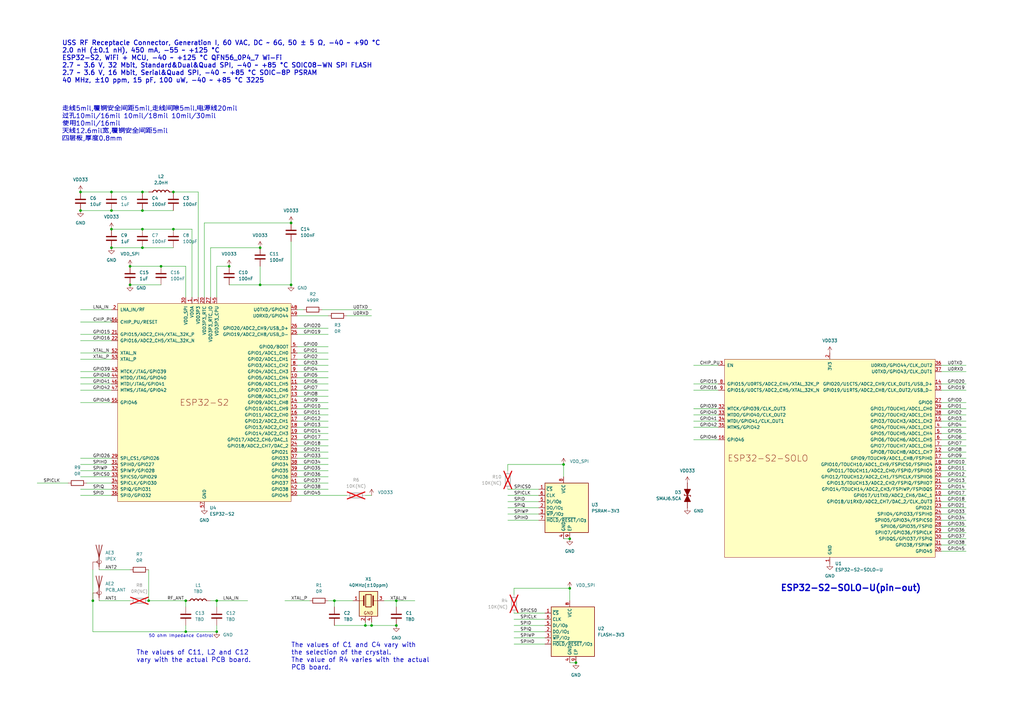
<source format=kicad_sch>
(kicad_sch (version 20250114) (generator "eeschema") (generator_version "9.0")
  (paper "A3")
  (lib_symbols
    (symbol "Device:Antenna_Shield" (pin_numbers (hide yes)) (pin_names (offset 1.016) (hide yes))
      (property "Reference" "AE" (at -1.905 4.445 0))
      (property "Value" "Antenna_Shield" (at -1.905 2.54 0))
      (symbol "Antenna_Shield_1_1"
        (pin input line (at 0 -5.08 90) (length 2.54) (name "A") (number "1"))
        (pin input line (at 2.54 -5.08 90) (length 2.54) (name "Shield") (number "2"))
      )
    )
    (symbol "Memory_Flash:W25Q128JVE"
      (property "Reference" "U" (at -6.35 11.43 0))
      (property "Value" "W25Q128JVE" (at 7.62 11.43 0))
      (symbol "W25Q128JVE_1_1"
        (pin input line (at -10.16 7.62 0) (length 2.54) (name "~{CS}") (number "1"))
        (pin input line (at -10.16 5.08 0) (length 2.54) (name "CLK") (number "6"))
        (pin bidirectional line (at -10.16 2.54 0) (length 2.54) (name "DI/IO_{0}") (number "5"))
        (pin bidirectional line (at -10.16 0 0) (length 2.54) (name "DO/IO_{1}") (number "2"))
        (pin bidirectional line (at -10.16 -2.54 0) (length 2.54) (name "~{WP}/IO_{2}") (number "3"))
        (pin bidirectional line (at -10.16 -5.08 0) (length 2.54) (name "~{HOLD}/~{RESET}/IO_{3}") (number "7"))
        (pin power_in line (at 0 12.7 270) (length 2.54) (name "VCC") (number "8"))
        (pin power_in line (at 0 -12.7 90) (length 2.54) (name "GND") (number "4"))
        (pin passive line (at 2.54 -12.7 90) (length 2.54) (name "EP") (number "9"))
      )
    )
    (symbol "PCM_Capacitor_AKL:C_1206" (pin_numbers (hide yes)) (pin_names (offset 0.254))
      (property "Reference" "C" (at 0.635 2.54 0))
      (property "Value" "C_1206" (at 0.635 -2.54 0))
      (symbol "C_1206_1_1"
        (pin passive line (at 0 3.81 270) (length 2.794) (name "~") (number "1"))
        (pin passive line (at 0 -3.81 90) (length 2.794) (name "~") (number "2"))
      )
      (symbol "C_1206_1_2"
        (pin passive line (at -2.54 -2.54 90) (length 0) (name "~") (number "2"))
        (pin passive line (at 2.54 2.54 270) (length 0) (name "~") (number "1"))
      )
    )
    (symbol "PCM_Crystal_AKL:SMD3225-4" (pin_names (offset 1.016) (hide yes))
      (property "Reference" "X" (at 0 8.89 0))
      (property "Value" "SMD3225-4" (at 0 6.35 0))
      (symbol "SMD3225-4_0_1"
        (text "GND" (at 0 -5.08 0) (effects (font (size 1.27 1.27))))
      )
      (symbol "SMD3225-4_1_1"
        (pin passive line (at -6.35 0 0) (length 2.54) (name "1") (number "1"))
        (pin passive line (at -1.27 -8.89 90) (length 2.54) (name "2") (number "2"))
        (pin passive line (at 1.27 -8.89 90) (length 2.54) (name "4") (number "4"))
        (pin passive line (at 6.35 0 180) (length 2.54) (name "3") (number "3"))
      )
    )
    (symbol "PCM_Diode_TVS_AKL:SMAJ6.5CA" (pin_numbers (hide yes)) (pin_names (offset 1.016) (hide yes))
      (property "Reference" "D" (at 0 5.08 0))
      (property "Value" "SMAJ6.5CA" (at 0 2.54 0))
      (symbol "SMAJ6.5CA_1_1"
        (pin passive line (at -5.08 0 0) (length 2.54) (name "K") (number "1"))
        (pin passive line (at 5.08 0 180) (length 2.54) (name "A") (number "2"))
      )
      (symbol "SMAJ6.5CA_1_2"
        (pin passive line (at -3.81 -3.81 0) (length 0) (name "A") (number "2"))
        (pin passive line (at 3.81 3.81 180) (length 0) (name "K") (number "1"))
      )
    )
    (symbol "PCM_Elektuur:L" (pin_numbers (hide yes)) (pin_names (offset 0) (hide yes))
      (property "Reference" "L" (at 2.54 3.175 0))
      (property "Value" "L" (at 2.54 -3.175 0))
      (symbol "L_1_0"
        (pin passive line (at 0 5.08 270) (length 1.5748) (name "+") (number "1"))
        (pin passive line (at 0 -5.08 90) (length 1.5748) (name "-") (number "2"))
      )
    )
    (symbol "PCM_Espressif:ESP32-S2" (pin_names (offset 1.016))
      (property "Reference" "U" (at -35.56 45.72 0))
      (property "Value" "ESP32-S2" (at -35.56 43.18 0))
      (symbol "ESP32-S2_0_0"
        (text "ESP32-S2" (at 0 0 0) (effects (font (size 2.54 2.54))))
      )
      (symbol "ESP32-S2_1_1"
        (pin bidirectional line (at -38.1 38.1 0) (length 2.54) (name "LNA_IN/RF") (number "2"))
        (pin bidirectional line (at -38.1 33.02 0) (length 2.54) (name "CHIP_PU/RESET") (number "56"))
        (pin bidirectional line (at -38.1 27.94 0) (length 2.54) (name "GPIO15/ADC2_CH4/XTAL_32K_P") (number "21"))
        (pin bidirectional line (at -38.1 25.4 0) (length 2.54) (name "GPIO16/ADC2_CH5/XTAL_32K_N") (number "22"))
        (pin output line (at -38.1 20.32 0) (length 2.54) (name "XTAL_N") (number "52"))
        (pin input line (at -38.1 17.78 0) (length 2.54) (name "XTAL_P") (number "53"))
        (pin input line (at -38.1 12.7 0) (length 2.54) (name "MTCK/JTAG/GPIO39") (number "43"))
        (pin output line (at -38.1 10.16 0) (length 2.54) (name "MTDO/JTAG/GPIO40") (number "44"))
        (pin input line (at -38.1 7.62 0) (length 2.54) (name "MTDI/JTAG/GPIO41") (number "46"))
        (pin output line (at -38.1 5.08 0) (length 2.54) (name "MTMS/JTAG/GPIO42") (number "47"))
        (pin input line (at -38.1 0 0) (length 2.54) (name "GPIO46") (number "55"))
        (pin bidirectional line (at -38.1 -22.86 0) (length 2.54) (name "SPI_CS1/GPIO26") (number "29"))
        (pin bidirectional line (at -38.1 -25.4 0) (length 2.54) (name "SPIHD/GPIO27") (number "31"))
        (pin bidirectional line (at -38.1 -27.94 0) (length 2.54) (name "SPIWP/GPIO28") (number "32"))
        (pin bidirectional line (at -38.1 -30.48 0) (length 2.54) (name "SPICS0/GPIO29") (number "33"))
        (pin bidirectional line (at -38.1 -33.02 0) (length 2.54) (name "SPICLK/GPIO30") (number "34"))
        (pin bidirectional line (at -38.1 -35.56 0) (length 2.54) (name "SPIQ/GPIO31") (number "35"))
        (pin bidirectional line (at -38.1 -38.1 0) (length 2.54) (name "SPID/GPIO32") (number "36"))
        (pin power_out line (at -7.62 43.18 270) (length 2.54) (name "VDD_SPI") (number "30"))
        (pin power_in line (at -5.08 43.18 270) (length 2.54) (name "VDDA") (number "1"))
        (pin passive line (at -5.08 43.18 270) (length 2.54) (hide yes) (name "VDDA") (number "51"))
        (pin passive line (at -5.08 43.18 270) (length 2.54) (hide yes) (name "VDDA") (number "54"))
        (pin power_in line (at -2.54 43.18 270) (length 2.54) (name "VDD3P3") (number "3"))
        (pin passive line (at -2.54 43.18 270) (length 2.54) (hide yes) (name "VDD3P3") (number "4"))
        (pin power_in line (at 0 43.18 270) (length 2.54) (name "VDD3P3_RTC") (number "20"))
        (pin power_in line (at 0 -43.18 90) (length 2.54) (name "GND") (number "57"))
        (pin power_in line (at 2.54 43.18 270) (length 2.54) (name "VDD3P3_RTC_IO") (number "27"))
        (pin power_in line (at 5.08 43.18 270) (length 2.54) (name "VDD3P3_CPU") (number "45"))
        (pin bidirectional line (at 38.1 38.1 180) (length 2.54) (name "U0TXD/GPIO43") (number "48"))
        (pin bidirectional line (at 38.1 35.56 180) (length 2.54) (name "U0RXD/GPIO44") (number "49"))
        (pin bidirectional line (at 38.1 30.48 180) (length 2.54) (name "GPIO20/ADC2_CH9/USB_D+") (number "26"))
        (pin bidirectional line (at 38.1 27.94 180) (length 2.54) (name "GPIO19/ADC2_CH8/USB_D-") (number "25"))
        (pin bidirectional line (at 38.1 22.86 180) (length 2.54) (name "GPIO0/BOOT") (number "5"))
        (pin bidirectional line (at 38.1 20.32 180) (length 2.54) (name "GPIO1/ADC1_CH0") (number "6"))
        (pin bidirectional line (at 38.1 17.78 180) (length 2.54) (name "GPIO2/ADC1_CH1") (number "7"))
        (pin bidirectional line (at 38.1 15.24 180) (length 2.54) (name "GPIO3/ADC1_CH2") (number "8"))
        (pin bidirectional line (at 38.1 12.7 180) (length 2.54) (name "GPIO4/ADC1_CH3") (number "9"))
        (pin bidirectional line (at 38.1 10.16 180) (length 2.54) (name "GPIO5/ADC1_CH4") (number "10"))
        (pin bidirectional line (at 38.1 7.62 180) (length 2.54) (name "GPIO6/ADC1_CH5") (number "11"))
        (pin bidirectional line (at 38.1 5.08 180) (length 2.54) (name "GPIO7/ADC1_CH6") (number "12"))
        (pin bidirectional line (at 38.1 2.54 180) (length 2.54) (name "GPIO8/ADC1_CH7") (number "13"))
        (pin bidirectional line (at 38.1 0 180) (length 2.54) (name "GPIO9/ADC1_CH8") (number "14"))
        (pin bidirectional line (at 38.1 -2.54 180) (length 2.54) (name "GPIO10/ADC1_CH9") (number "15"))
        (pin bidirectional line (at 38.1 -5.08 180) (length 2.54) (name "GPIO11/ADC2_CH0") (number "16"))
        (pin bidirectional line (at 38.1 -7.62 180) (length 2.54) (name "GPIO12/ADC2_CH1") (number "17"))
        (pin bidirectional line (at 38.1 -10.16 180) (length 2.54) (name "GPIO13/ADC2_CH2") (number "18"))
        (pin bidirectional line (at 38.1 -12.7 180) (length 2.54) (name "GPIO14/ADC2_CH3") (number "19"))
        (pin bidirectional line (at 38.1 -15.24 180) (length 2.54) (name "GPIO17/ADC2_CH6/DAC_1") (number "23"))
        (pin bidirectional line (at 38.1 -17.78 180) (length 2.54) (name "GPIO18/ADC2_CH7/DAC_2") (number "24"))
        (pin bidirectional line (at 38.1 -20.32 180) (length 2.54) (name "GPIO21") (number "28"))
        (pin bidirectional line (at 38.1 -22.86 180) (length 2.54) (name "GPIO33") (number "37"))
        (pin bidirectional line (at 38.1 -25.4 180) (length 2.54) (name "GPIO34") (number "38"))
        (pin bidirectional line (at 38.1 -27.94 180) (length 2.54) (name "GPIO35") (number "39"))
        (pin bidirectional line (at 38.1 -30.48 180) (length 2.54) (name "GPIO36") (number "40"))
        (pin bidirectional line (at 38.1 -33.02 180) (length 2.54) (name "GPIO37") (number "41"))
        (pin bidirectional line (at 38.1 -35.56 180) (length 2.54) (name "GPIO38") (number "42"))
        (pin bidirectional line (at 38.1 -38.1 180) (length 2.54) (name "GPIO45") (number "50"))
      )
    )
    (symbol "PCM_Espressif:ESP32-S2-SOLO" (pin_names (offset 1.016))
      (property "Reference" "U" (at -43.18 45.72 0))
      (property "Value" "ESP32-S2-SOLO" (at -43.18 43.18 0))
      (symbol "ESP32-S2-SOLO_1_1"
        (text "ESP32-S2-SOLO" (at -25.4 0 0) (effects (font (size 2.54 2.54))))
        (pin bidirectional line (at -45.72 38.1 0) (length 2.54) (name "EN") (number "3"))
        (pin bidirectional line (at -45.72 30.48 0) (length 2.54) (name "GPIO15/U0RTS/ADC2_CH4/XTAL_32K_P") (number "8"))
        (pin bidirectional line (at -45.72 27.94 0) (length 2.54) (name "GPIO16/U0CTS/ADC2_CH5/XTAL_32K_N") (number "9"))
        (pin bidirectional line (at -45.72 20.32 0) (length 2.54) (name "MTCK/GPIO39/CLK_OUT3") (number "32"))
        (pin bidirectional line (at -45.72 17.78 0) (length 2.54) (name "MTDO/GPIO40/CLK_OUT2") (number "33"))
        (pin bidirectional line (at -45.72 15.24 0) (length 2.54) (name "MTDI/GPIO41/CLK_OUT1") (number "34"))
        (pin bidirectional line (at -45.72 12.7 0) (length 2.54) (name "MTMS/GPIO42") (number "35"))
        (pin input line (at -45.72 7.62 0) (length 2.54) (name "GPIO46") (number "16"))
        (pin power_in line (at 0 43.18 270) (length 2.54) (name "3V3") (number "2"))
        (pin power_in line (at 0 -43.18 90) (length 2.54) (name "GND") (number "1"))
        (pin passive line (at 0 -43.18 90) (length 2.54) (hide yes) (name "GND") (number "40"))
        (pin passive line (at 0 -43.18 90) (length 2.54) (hide yes) (name "GND") (number "41"))
        (pin bidirectional line (at 45.72 38.1 180) (length 2.54) (name "U0RXD/GPIO44/CLK_OUT2") (number "36"))
        (pin bidirectional line (at 45.72 35.56 180) (length 2.54) (name "U0TXD/GPIO43/CLK_OUT1") (number "37"))
        (pin bidirectional line (at 45.72 30.48 180) (length 2.54) (name "GPIO20/U1CTS/ADC2_CH9/CLK_OUT1/USB_D+") (number "14"))
        (pin bidirectional line (at 45.72 27.94 180) (length 2.54) (name "GPIO19/U1RTS/ADC2_CH8/CLK_OUT2/USB_D-") (number "13"))
        (pin bidirectional line (at 45.72 22.86 180) (length 2.54) (name "GPIO0") (number "27"))
        (pin bidirectional line (at 45.72 20.32 180) (length 2.54) (name "GPIO1/TOUCH1/ADC1_CH0") (number "39"))
        (pin bidirectional line (at 45.72 17.78 180) (length 2.54) (name "GPIO2/TOUCH2/ADC1_CH1") (number "38"))
        (pin bidirectional line (at 45.72 15.24 180) (length 2.54) (name "GPIO3/TOUCH3/ADC1_CH2") (number "15"))
        (pin bidirectional line (at 45.72 12.7 180) (length 2.54) (name "GPIO4/TOUCH4/ADC1_CH3") (number "4"))
        (pin bidirectional line (at 45.72 10.16 180) (length 2.54) (name "GPIO5/TOUCH5/ADC1_CH4") (number "5"))
        (pin bidirectional line (at 45.72 7.62 180) (length 2.54) (name "GPIO6/TOUCH6/ADC1_CH5") (number "6"))
        (pin bidirectional line (at 45.72 5.08 180) (length 2.54) (name "GPIO7/TOUCH7/ADC1_CH6") (number "7"))
        (pin bidirectional line (at 45.72 2.54 180) (length 2.54) (name "GPIO8/TOUCH8/ADC1_CH7") (number "12"))
        (pin bidirectional line (at 45.72 0 180) (length 2.54) (name "GPIO9/TOUCH9/ADC1_CH8/FSPIHD") (number "17"))
        (pin bidirectional line (at 45.72 -2.54 180) (length 2.54) (name "GPIO10/TOUCH10/ADC1_CH9/FSPICS0/FSPIIO4") (number "18"))
        (pin bidirectional line (at 45.72 -5.08 180) (length 2.54) (name "GPIO11/TOUCH11/ADC2_CH0/FSPID/FSPIIO5") (number "19"))
        (pin bidirectional line (at 45.72 -7.62 180) (length 2.54) (name "GPIO12/TOUCH12/ADC2_CH1/FSPICLK/FSPIIO6") (number "20"))
        (pin bidirectional line (at 45.72 -10.16 180) (length 2.54) (name "GPIO13/TOUCH13/ADC2_CH2/FSPIQ/FSPIIO7") (number "21"))
        (pin bidirectional line (at 45.72 -12.7 180) (length 2.54) (name "GPIO14/TOUCH14/ADC2_CH3/FSPIWP/FSPIDQS") (number "22"))
        (pin bidirectional line (at 45.72 -15.24 180) (length 2.54) (name "GPIO17/U1TXD/ADC2_CH6/DAC_1") (number "10"))
        (pin bidirectional line (at 45.72 -17.78 180) (length 2.54) (name "GPIO18/U1RXD/ADC2_CH7/DAC_2/CLK_OUT3") (number "11"))
        (pin bidirectional line (at 45.72 -20.32 180) (length 2.54) (name "GPIO21") (number "23"))
        (pin bidirectional line (at 45.72 -22.86 180) (length 2.54) (name "SPIIO4/GPIO33/FSPIHD") (number "24"))
        (pin bidirectional line (at 45.72 -25.4 180) (length 2.54) (name "SPIIO5/GPIO34/FSPICS0") (number "25"))
        (pin bidirectional line (at 45.72 -27.94 180) (length 2.54) (name "SPIIO6/GPIO35/FSPID") (number "28"))
        (pin bidirectional line (at 45.72 -30.48 180) (length 2.54) (name "SPIIO7/GPIO36/FSPICLK") (number "29"))
        (pin bidirectional line (at 45.72 -33.02 180) (length 2.54) (name "SPIDQS/GPIO37/FSPIQ") (number "30"))
        (pin bidirectional line (at 45.72 -35.56 180) (length 2.54) (name "GPIO38/FSPIWP") (number "31"))
        (pin bidirectional line (at 45.72 -38.1 180) (length 2.54) (name "GPIO45") (number "26"))
      )
    )
    (symbol "PCM_Resistor_AKL:R_1206" (pin_numbers (hide yes)) (pin_names (offset 0))
      (property "Reference" "R" (at 2.54 1.27 0))
      (property "Value" "R_1206" (at 2.54 -1.27 0))
      (symbol "R_1206_1_1"
        (pin passive line (at 0 3.81 270) (length 1.27) (name "~") (number "1"))
        (pin passive line (at 0 -3.81 90) (length 1.27) (name "~") (number "2"))
      )
      (symbol "R_1206_1_2"
        (pin passive line (at -2.54 -2.54 0) (length 0) (name "") (number "2"))
        (pin passive line (at 2.54 2.54 180) (length 0) (name "") (number "1"))
      )
    )
    (symbol "power:+3.3V" (power) (pin_numbers (hide yes)) (pin_names (offset 0) (hide yes))
      (property "Value" "+3.3V" (at 0 3.556 0))
      (symbol "+3.3V_1_1"
        (pin power_in line (at 0 0 90) (length 0) (name "~") (number "1"))
      )
    )
    (symbol "power:GND" (power) (pin_numbers (hide yes)) (pin_names (offset 0) (hide yes))
      (property "Value" "GND" (at 0 -3.81 0))
      (symbol "GND_1_1"
        (pin power_in line (at 0 0 270) (length 0) (name "~") (number "1"))
      )
    )
  )
  (text "The values of C11, L2 and C12\nvary with the actual PCB board." (exclude_from_sim yes) (at 55.88 269.24 0) (effects (font (size 1.905 1.905) (thickness 0.2381)) (justify left)))
  (text "50 ohm Impedance Control" (at 60.96 261.62 0) (effects (font (size 1.27 1.27)) (justify left bottom)))
  (text "ESP32-S2-SOLO-U(pin-out)" (exclude_from_sim yes) (at 320.04 241.3 0) (effects (font (size 2.54 2.54) (thickness 0.508) (bold yes)) (justify left)))
  (text "USS RF Receptacle Connector, Generation I, 60 VAC, DC ~ 6G, 50 ± 5 Ω, -40 ~ +90 °C\n2.0 nH (±0.1 nH), 450 mA, -55 ~ +125 °C\nESP32-S2, WiFi + MCU, -40 ~ +125 °C QFN56_0P4_7 Wi-Fi\n2.7 ~ 3.6 V, 32 Mbit, Standard&Dual&Quad SPI, -40 ~ +85 °C SOIC08-WN SPI FLASH\n2.7 ~ 3.6 V, 16 Mbit, Serial&Quad SPI, -40 ~ +85 °C SOIC-8P PSRAM\n40 MHz, ±10 ppm, 15 pF, 100 uW, -40 ~ +85 °C 3225" (exclude_from_sim yes) (at 25.4 25.4 0) (effects (font (size 1.905 1.905) (thickness 0.3175)) (justify left)))
  (text "走线5mil,覆铜安全间距5mil,走线间隙5mil.电源线20mil\n过孔10mil/16mil 10mil/18mil 10mil/30mil\n使用10mil/16mil\n天线12.6mil宽,覆铜安全间距5mil\n四层板,厚度0.8mm" (exclude_from_sim yes) (at 25.4 50.8 0) (effects (font (size 1.905 1.905) (thickness 0.2381)) (justify left)))
  (text "The values of C1 and C4 vary with\nthe selection of the crystal.\nThe value of R4 varies with the actual\nPCB board.\n" (exclude_from_sim yes) (at 119.38 269.24 0) (effects (font (size 1.905 1.905) (thickness 0.2381)) (justify left)))
  (junction (at 53.34 116.84))
  (junction (at 45.72 86.36))
  (junction (at 162.56 256.54))
  (junction (at 66.04 109.22))
  (junction (at 119.38 91.44))
  (junction (at 152.4 256.54))
  (junction (at 58.42 86.36))
  (junction (at 231.14 190.5))
  (junction (at 33.02 86.36))
  (junction (at 60.96 246.38))
  (junction (at 119.38 116.84))
  (junction (at 93.98 109.22))
  (junction (at 106.68 116.84))
  (junction (at 71.12 93.98))
  (junction (at 58.42 78.74))
  (junction (at 76.2 259.08))
  (junction (at 45.72 101.6))
  (junction (at 106.68 101.6))
  (junction (at 58.42 93.98))
  (junction (at 45.72 93.98))
  (junction (at 162.56 246.38))
  (junction (at 137.16 246.38))
  (junction (at 149.86 256.54))
  (junction (at 76.2 246.38))
  (junction (at 236.22 271.78))
  (junction (at 233.68 220.98))
  (junction (at 88.9 246.38))
  (junction (at 53.34 109.22))
  (junction (at 58.42 101.6))
  (junction (at 38.1 246.38))
  (junction (at 45.72 78.74))
  (junction (at 233.68 241.3))
  (junction (at 33.02 78.74))
  (junction (at 71.12 78.74))
  (junction (at 88.9 259.08))
  (wire (pts (xy 210.82 261.62) (xy 223.52 261.62)))
  (wire (pts (xy 386.08 218.44) (xy 396.24 218.44)))
  (wire (pts (xy 15.24 198.12) (xy 27.94 198.12)))
  (wire (pts (xy 121.92 165.1) (xy 134.62 165.1)))
  (wire (pts (xy 121.92 190.5) (xy 134.62 190.5)))
  (wire (pts (xy 121.92 182.88) (xy 134.62 182.88)))
  (wire (pts (xy 121.92 180.34) (xy 134.62 180.34)))
  (wire (pts (xy 116.84 246.38) (xy 127 246.38)))
  (wire (pts (xy 45.72 86.36) (xy 58.42 86.36)))
  (wire (pts (xy 162.56 246.38) (xy 170.18 246.38)))
  (wire (pts (xy 88.9 109.22) (xy 93.98 109.22)))
  (wire (pts (xy 208.28 210.82) (xy 220.98 210.82)))
  (wire (pts (xy 83.82 91.44) (xy 83.82 121.92)))
  (wire (pts (xy 76.2 246.38) (xy 76.2 248.92)))
  (wire (pts (xy 386.08 177.8) (xy 396.24 177.8)))
  (wire (pts (xy 58.42 101.6) (xy 71.12 101.6)))
  (wire (pts (xy 284.48 175.26) (xy 294.64 175.26)))
  (wire (pts (xy 38.1 246.38) (xy 38.1 259.08)))
  (wire (pts (xy 386.08 213.36) (xy 396.24 213.36)))
  (wire (pts (xy 121.92 167.64) (xy 134.62 167.64)))
  (wire (pts (xy 386.08 172.72) (xy 396.24 172.72)))
  (wire (pts (xy 121.92 203.2) (xy 142.24 203.2)))
  (wire (pts (xy 106.68 116.84) (xy 106.68 109.22)))
  (wire (pts (xy 71.12 93.98) (xy 78.74 93.98)))
  (wire (pts (xy 210.82 243.84) (xy 210.82 241.3)))
  (wire (pts (xy 78.74 121.92) (xy 78.74 93.98)))
  (wire (pts (xy 233.68 241.3) (xy 233.68 246.38)))
  (wire (pts (xy 60.96 78.74) (xy 58.42 78.74)))
  (wire (pts (xy 121.92 149.86) (xy 134.62 149.86)))
  (wire (pts (xy 35.56 198.12) (xy 45.72 198.12)))
  (wire (pts (xy 386.08 182.88) (xy 396.24 182.88)))
  (wire (pts (xy 121.92 152.4) (xy 134.62 152.4)))
  (wire (pts (xy 119.38 91.44) (xy 83.82 91.44)))
  (wire (pts (xy 386.08 223.52) (xy 396.24 223.52)))
  (wire (pts (xy 142.24 129.54) (xy 152.4 129.54)))
  (wire (pts (xy 149.86 256.54) (xy 152.4 256.54)))
  (wire (pts (xy 210.82 259.08) (xy 223.52 259.08)))
  (wire (pts (xy 66.04 109.22) (xy 76.2 109.22)))
  (wire (pts (xy 152.4 256.54) (xy 162.56 256.54)))
  (wire (pts (xy 208.28 213.36) (xy 220.98 213.36)))
  (wire (pts (xy 33.02 193.04) (xy 45.72 193.04)))
  (wire (pts (xy 121.92 134.62) (xy 134.62 134.62)))
  (wire (pts (xy 386.08 208.28) (xy 396.24 208.28)))
  (wire (pts (xy 53.34 109.22) (xy 66.04 109.22)))
  (wire (pts (xy 386.08 205.74) (xy 396.24 205.74)))
  (wire (pts (xy 386.08 152.4) (xy 396.24 152.4)))
  (wire (pts (xy 33.02 165.1) (xy 45.72 165.1)))
  (wire (pts (xy 33.02 154.94) (xy 45.72 154.94)))
  (wire (pts (xy 162.56 246.38) (xy 162.56 248.92)))
  (wire (pts (xy 58.42 86.36) (xy 71.12 86.36)))
  (wire (pts (xy 210.82 256.54) (xy 223.52 256.54)))
  (wire (pts (xy 386.08 149.86) (xy 396.24 149.86)))
  (wire (pts (xy 132.08 127) (xy 152.4 127)))
  (wire (pts (xy 45.72 101.6) (xy 58.42 101.6)))
  (wire (pts (xy 386.08 226.06) (xy 396.24 226.06)))
  (wire (pts (xy 231.14 220.98) (xy 233.68 220.98)))
  (wire (pts (xy 76.2 256.54) (xy 76.2 259.08)))
  (wire (pts (xy 33.02 144.78) (xy 45.72 144.78)))
  (wire (pts (xy 121.92 187.96) (xy 134.62 187.96)))
  (wire (pts (xy 33.02 187.96) (xy 45.72 187.96)))
  (wire (pts (xy 386.08 215.9) (xy 396.24 215.9)))
  (wire (pts (xy 33.02 78.74) (xy 45.72 78.74)))
  (wire (pts (xy 121.92 160.02) (xy 134.62 160.02)))
  (wire (pts (xy 208.28 203.2) (xy 220.98 203.2)))
  (wire (pts (xy 137.16 246.38) (xy 137.16 248.92)))
  (wire (pts (xy 45.72 93.98) (xy 58.42 93.98)))
  (wire (pts (xy 81.28 121.92) (xy 81.28 78.74)))
  (wire (pts (xy 210.82 251.46) (xy 223.52 251.46)))
  (wire (pts (xy 121.92 144.78) (xy 134.62 144.78)))
  (wire (pts (xy 208.28 205.74) (xy 220.98 205.74)))
  (wire (pts (xy 88.9 248.92) (xy 88.9 246.38)))
  (wire (pts (xy 121.92 147.32) (xy 134.62 147.32)))
  (wire (pts (xy 38.1 233.68) (xy 38.1 246.38)))
  (wire (pts (xy 210.82 254) (xy 223.52 254)))
  (wire (pts (xy 88.9 121.92) (xy 88.9 109.22)))
  (wire (pts (xy 38.1 259.08) (xy 76.2 259.08)))
  (wire (pts (xy 121.92 185.42) (xy 134.62 185.42)))
  (wire (pts (xy 76.2 109.22) (xy 76.2 121.92)))
  (wire (pts (xy 88.9 246.38) (xy 101.6 246.38)))
  (wire (pts (xy 121.92 172.72) (xy 134.62 172.72)))
  (wire (pts (xy 208.28 208.28) (xy 220.98 208.28)))
  (wire (pts (xy 284.48 172.72) (xy 294.64 172.72)))
  (wire (pts (xy 106.68 116.84) (xy 119.38 116.84)))
  (wire (pts (xy 33.02 137.16) (xy 45.72 137.16)))
  (wire (pts (xy 58.42 78.74) (xy 45.72 78.74)))
  (wire (pts (xy 208.28 193.04) (xy 208.28 190.5)))
  (wire (pts (xy 60.96 246.38) (xy 76.2 246.38)))
  (wire (pts (xy 208.28 190.5) (xy 231.14 190.5)))
  (wire (pts (xy 106.68 101.6) (xy 86.36 101.6)))
  (wire (pts (xy 233.68 271.78) (xy 236.22 271.78)))
  (wire (pts (xy 88.9 259.08) (xy 88.9 256.54)))
  (wire (pts (xy 86.36 101.6) (xy 86.36 121.92)))
  (wire (pts (xy 386.08 180.34) (xy 396.24 180.34)))
  (wire (pts (xy 386.08 170.18) (xy 396.24 170.18)))
  (wire (pts (xy 208.28 200.66) (xy 220.98 200.66)))
  (wire (pts (xy 210.82 241.3) (xy 233.68 241.3)))
  (wire (pts (xy 284.48 170.18) (xy 294.64 170.18)))
  (wire (pts (xy 121.92 193.04) (xy 134.62 193.04)))
  (wire (pts (xy 33.02 86.36) (xy 45.72 86.36)))
  (wire (pts (xy 386.08 210.82) (xy 396.24 210.82)))
  (wire (pts (xy 33.02 157.48) (xy 45.72 157.48)))
  (wire (pts (xy 386.08 198.12) (xy 396.24 198.12)))
  (wire (pts (xy 386.08 165.1) (xy 396.24 165.1)))
  (wire (pts (xy 121.92 142.24) (xy 134.62 142.24)))
  (wire (pts (xy 53.34 116.84) (xy 66.04 116.84)))
  (wire (pts (xy 40.64 233.68) (xy 53.34 233.68)))
  (wire (pts (xy 284.48 167.64) (xy 294.64 167.64)))
  (wire (pts (xy 284.48 157.48) (xy 294.64 157.48)))
  (wire (pts (xy 33.02 190.5) (xy 45.72 190.5)))
  (wire (pts (xy 33.02 160.02) (xy 45.72 160.02)))
  (wire (pts (xy 121.92 198.12) (xy 134.62 198.12)))
  (wire (pts (xy 386.08 185.42) (xy 396.24 185.42)))
  (wire (pts (xy 137.16 246.38) (xy 144.78 246.38)))
  (wire (pts (xy 386.08 187.96) (xy 396.24 187.96)))
  (wire (pts (xy 386.08 167.64) (xy 396.24 167.64)))
  (wire (pts (xy 284.48 180.34) (xy 294.64 180.34)))
  (wire (pts (xy 121.92 177.8) (xy 134.62 177.8)))
  (wire (pts (xy 121.92 175.26) (xy 134.62 175.26)))
  (wire (pts (xy 33.02 147.32) (xy 45.72 147.32)))
  (wire (pts (xy 137.16 256.54) (xy 149.86 256.54)))
  (wire (pts (xy 121.92 200.66) (xy 134.62 200.66)))
  (wire (pts (xy 121.92 154.94) (xy 134.62 154.94)))
  (wire (pts (xy 149.86 203.2) (xy 152.4 203.2)))
  (wire (pts (xy 33.02 132.08) (xy 45.72 132.08)))
  (wire (pts (xy 134.62 246.38) (xy 137.16 246.38)))
  (wire (pts (xy 386.08 160.02) (xy 396.24 160.02)))
  (wire (pts (xy 121.92 129.54) (xy 134.62 129.54)))
  (wire (pts (xy 386.08 157.48) (xy 396.24 157.48)))
  (wire (pts (xy 40.64 246.38) (xy 53.34 246.38)))
  (wire (pts (xy 210.82 264.16) (xy 223.52 264.16)))
  (wire (pts (xy 33.02 203.2) (xy 45.72 203.2)))
  (wire (pts (xy 33.02 127) (xy 45.72 127)))
  (wire (pts (xy 58.42 93.98) (xy 71.12 93.98)))
  (wire (pts (xy 121.92 137.16) (xy 134.62 137.16)))
  (wire (pts (xy 386.08 220.98) (xy 396.24 220.98)))
  (wire (pts (xy 386.08 193.04) (xy 396.24 193.04)))
  (wire (pts (xy 157.48 246.38) (xy 162.56 246.38)))
  (wire (pts (xy 121.92 170.18) (xy 134.62 170.18)))
  (wire (pts (xy 121.92 195.58) (xy 134.62 195.58)))
  (wire (pts (xy 386.08 190.5) (xy 396.24 190.5)))
  (wire (pts (xy 152.4 255.27) (xy 152.4 256.54)))
  (wire (pts (xy 386.08 203.2) (xy 396.24 203.2)))
  (wire (pts (xy 76.2 259.08) (xy 88.9 259.08)))
  (wire (pts (xy 284.48 160.02) (xy 294.64 160.02)))
  (wire (pts (xy 386.08 175.26) (xy 396.24 175.26)))
  (wire (pts (xy 33.02 200.66) (xy 45.72 200.66)))
  (wire (pts (xy 121.92 162.56) (xy 134.62 162.56)))
  (wire (pts (xy 71.12 78.74) (xy 81.28 78.74)))
  (wire (pts (xy 231.14 190.5) (xy 231.14 195.58)))
  (wire (pts (xy 60.96 233.68) (xy 60.96 246.38)))
  (wire (pts (xy 121.92 157.48) (xy 134.62 157.48)))
  (wire (pts (xy 33.02 139.7) (xy 45.72 139.7)))
  (wire (pts (xy 386.08 195.58) (xy 396.24 195.58)))
  (wire (pts (xy 386.08 200.66) (xy 396.24 200.66)))
  (wire (pts (xy 93.98 116.84) (xy 106.68 116.84)))
  (wire (pts (xy 33.02 152.4) (xy 45.72 152.4)))
  (wire (pts (xy 121.92 127) (xy 124.46 127)))
  (wire (pts (xy 33.02 195.58) (xy 45.72 195.58)))
  (wire (pts (xy 284.48 149.86) (xy 294.64 149.86)))
  (wire (pts (xy 88.9 246.38) (xy 86.36 246.38)))
  (wire (pts (xy 119.38 116.84) (xy 119.38 99.06)))
  (wire (pts (xy 149.86 255.27) (xy 149.86 256.54)))
  (label "GPIO37" (at 124.46 198.12 0))
  (label "GPIO40" (at 287.02 170.18 0))
  (label "GPIO19" (at 124.46 137.16 0))
  (label "GPIO40" (at 38.1 154.94 0))
  (label "GPIO13" (at 388.62 198.12 0))
  (label "GPIO46" (at 287.02 180.34 0))
  (label "XTAL_N" (at 38.1 144.78 0))
  (label "GPIO18" (at 388.62 205.74 0))
  (label "GPIO39" (at 38.1 152.4 0))
  (label "GPIO26" (at 38.1 187.96 0))
  (label "GPIO7" (at 388.62 182.88 0))
  (label "GPIO35" (at 388.62 215.9 0))
  (label "GPIO13" (at 124.46 175.26 0))
  (label "ANT2" (at 43.18 233.68 0))
  (label "GPIO11" (at 388.62 193.04 0))
  (label "GPIO3" (at 124.46 149.86 0))
  (label "SPID" (at 38.1 203.2 0))
  (label "GPIO10" (at 124.46 167.64 0))
  (label "GPIO16" (at 38.1 139.7 0))
  (label "GPIO3" (at 388.62 172.72 0))
  (label "GPIO5" (at 124.46 154.94 0))
  (label "SPIQ" (at 213.36 259.08 0))
  (label "GPIO21" (at 388.62 208.28 0))
  (label "GPIO18" (at 124.46 182.88 0))
  (label "U0RXD" (at 388.62 152.4 0))
  (label "SPICLK" (at 17.78 198.12 0))
  (label "GPIO20" (at 124.46 134.62 0))
  (label "GPIO8" (at 388.62 185.42 0))
  (label "GPIO41" (at 287.02 172.72 0))
  (label "GPIO12" (at 388.62 195.58 0))
  (label "GPIO42" (at 287.02 175.26 0))
  (label "GPIO33" (at 124.46 187.96 0))
  (label "GPIO36" (at 124.46 195.58 0))
  (label "GPIO19" (at 388.62 160.02 0))
  (label "SPID" (at 213.36 256.54 0))
  (label "GPIO9" (at 124.46 165.1 0))
  (label "SPICS0" (at 38.1 195.58 0))
  (label "GPIO33" (at 388.62 210.82 0))
  (label "GPIO16" (at 287.02 160.02 0))
  (label "GPIO1" (at 124.46 144.78 0))
  (label "SPIWP" (at 213.36 261.62 0))
  (label "GPIO0" (at 388.62 165.1 0))
  (label "GPIO45" (at 124.46 203.2 0))
  (label "SPIWP" (at 210.82 210.82 0))
  (label "GPIO35" (at 124.46 193.04 0))
  (label "CHIP_PU" (at 287.02 149.86 0))
  (label "ANT1" (at 43.18 246.38 0))
  (label "GPIO17" (at 124.46 180.34 0))
  (label "SPIHD" (at 210.82 213.36 0))
  (label "GPIO14" (at 124.46 177.8 0))
  (label "GPIO4" (at 388.62 175.26 0))
  (label "GPIO6" (at 388.62 180.34 0))
  (label "GPIO15" (at 38.1 137.16 0))
  (label "GPIO11" (at 124.46 170.18 0))
  (label "SPIQ" (at 38.1 200.66 0))
  (label "GPIO12" (at 124.46 172.72 0))
  (label "GPIO42" (at 38.1 160.02 0))
  (label "SPIHD" (at 213.36 264.16 0))
  (label "GPIO36" (at 388.62 218.44 0))
  (label "GPIO10" (at 388.62 190.5 0))
  (label "GPIO5" (at 388.62 177.8 0))
  (label "LNA_IN" (at 38.1 127 0))
  (label "GPIO2" (at 124.46 147.32 0))
  (label "GPIO37" (at 388.62 220.98 0))
  (label "GPIO7" (at 124.46 160.02 0))
  (label "SPIQ" (at 210.82 208.28 0))
  (label "GPIO4" (at 124.46 152.4 0))
  (label "GPIO14" (at 388.62 200.66 0))
  (label "RF_ANT" (at 68.58 246.38 0))
  (label "XTAL_P" (at 38.1 147.32 0))
  (label "GPIO21" (at 124.46 185.42 0))
  (label "GPIO46" (at 38.1 165.1 0))
  (label "GPIO38" (at 124.46 200.66 0))
  (label "CHIP_PU" (at 38.1 132.08 0))
  (label "SPIWP" (at 38.1 193.04 0))
  (label "GPIO9" (at 388.62 187.96 0))
  (label "GPIO8" (at 124.46 162.56 0))
  (label "GPIO2" (at 388.62 170.18 0))
  (label "U0RXD" (at 144.78 129.54 0))
  (label "XTAL_N" (at 160.02 246.38 0))
  (label "SPICS0" (at 210.82 200.66 0))
  (label "GPIO17" (at 388.62 203.2 0))
  (label "GPIO38" (at 388.62 223.52 0))
  (label "GPIO39" (at 287.02 167.64 0))
  (label "SPICLK" (at 213.36 254 0))
  (label "SPICLK" (at 210.82 203.2 0))
  (label "GPIO41" (at 38.1 157.48 0))
  (label "GPIO0" (at 124.46 142.24 0))
  (label "XTAL_P" (at 119.38 246.38 0))
  (label "GPIO20" (at 388.62 157.48 0))
  (label "U0TXD" (at 388.62 149.86 0))
  (label "GPIO6" (at 124.46 157.48 0))
  (label "LNA_IN" (at 91.44 246.38 0))
  (label "GPIO34" (at 124.46 190.5 0))
  (label "GPIO15" (at 287.02 157.48 0))
  (label "SPICS0" (at 213.36 251.46 0))
  (label "GPIO34" (at 388.62 213.36 0))
  (label "GPIO1" (at 388.62 167.64 0))
  (label "SPIHD" (at 38.1 190.5 0))
  (label "GPIO45" (at 388.62 226.06 0))
  (label "U0TXD" (at 144.78 127 0))
  (label "SPID" (at 210.82 205.74 0))
  (symbol (lib_id "PCM_Capacitor_AKL:C_1206") (at 162.56 252.73 0) (mirror y) (unit 1)
    (property "Reference" "C1" (at 166.37 251.4599 0) (effects (justify right)))
    (property "Value" "TBD" (at 166.37 253.9999 0) (effects (justify right)))
    (property "Footprint" "PCM_Capacitor_SMD_AKL:C_1206_3216Metric" (effects (hide yes)))
    (property "Description" "SMD 1206 MLCC capacitor, Alternate KiCad Library" (effects (hide yes)))
  )
  (symbol (lib_id "power:GND") (at 162.56 256.54 0) (unit 1)
    (property "Reference" "#PWR04" (effects (hide yes)))
    (property "Value" "GND" (at 162.56 261.62 0))
    (property "Description" "Power symbol creates a global label with name \"GND\" , ground" (effects (hide yes)))
  )
  (symbol (lib_id "PCM_Resistor_AKL:R_1206") (at 57.15 246.38 90) (unit 1) (dnp yes)
    (property "Reference" "R8" (at 57.15 240.03 90))
    (property "Value" "0R(NC)" (at 57.15 242.57 90))
    (property "Footprint" "PCM_Resistor_SMD_AKL:R_1206_3216Metric" (effects (hide yes)))
    (property "Description" "SMD 1206 Chip Resistor, European Symbol, Alternate KiCad Library" (effects (hide yes)))
  )
  (symbol (lib_id "power:GND") (at 119.38 116.84 0) (unit 1)
    (property "Reference" "#PWR016" (effects (hide yes)))
    (property "Value" "GND" (at 121.92 118.1099 0) (effects (justify left)))
    (property "Description" "Power symbol creates a global label with name \"GND\" , ground" (effects (hide yes)))
  )
  (symbol (lib_id "PCM_Resistor_AKL:R_1206") (at 138.43 129.54 90) (unit 1)
    (property "Reference" "R3" (at 138.43 133.35 90))
    (property "Value" "0R" (at 138.43 135.89 90))
    (property "Footprint" "PCM_Resistor_SMD_AKL:R_1206_3216Metric" (effects (hide yes)))
    (property "Description" "SMD 1206 Chip Resistor, European Symbol, Alternate KiCad Library" (effects (hide yes)))
  )
  (symbol (lib_id "PCM_Capacitor_AKL:C_1206") (at 45.72 82.55 0) (unit 1)
    (property "Reference" "C5" (at 49.53 81.2799 0) (effects (justify left)))
    (property "Value" "1uF" (at 49.53 83.8199 0) (effects (justify left)))
    (property "Footprint" "PCM_Capacitor_SMD_AKL:C_1206_3216Metric" (effects (hide yes)))
    (property "Description" "SMD 1206 MLCC capacitor, Alternate KiCad Library" (effects (hide yes)))
  )
  (symbol (lib_id "power:GND") (at 233.68 220.98 0) (unit 1)
    (property "Reference" "#PWR026" (effects (hide yes)))
    (property "Value" "GND" (at 233.68 226.06 0))
    (property "Description" "Power symbol creates a global label with name \"GND\" , ground" (effects (hide yes)))
  )
  (symbol (lib_id "PCM_Diode_TVS_AKL:SMAJ6.5CA") (at 281.94 203.2 90) (unit 1)
    (property "Reference" "D3" (at 279.4 201.9299 90) (effects (justify left)))
    (property "Value" "SMAJ6.5CA" (at 279.4 204.4699 90) (effects (justify left)))
    (property "Footprint" "PCM_Diode_SMD_AKL:D_SMA_TVS" (effects (hide yes)))
    (property "Datasheet" "https://www.tme.eu/Document/dbc72d81c249fe51b6ab42300e8e06d0/SMAJ_ser.pdf" (effects (hide yes)))
    (property "Description" "SMA Bidirectional TVS Diode, 6.5V, 400W, Alternate KiCAD Library" (effects (hide yes)))
  )
  (symbol (lib_id "PCM_Elektuur:L") (at 81.28 246.38 90) (unit 1)
    (property "Reference" "L1" (at 81.28 240.03 90))
    (property "Value" "TBD" (at 81.28 242.57 90))
    (property "Description" "coil/winding/inductor/choke/reactor" (effects (hide yes)))
    (property "Indicator" "●" (effects (hide yes)))
    (property "Rating" "A" (effects (hide yes)))
  )
  (symbol (lib_id "PCM_Capacitor_AKL:C_1206") (at 106.68 105.41 0) (unit 1)
    (property "Reference" "C11" (at 110.49 104.1399 0) (effects (justify left)))
    (property "Value" "100nF" (at 110.49 106.6799 0) (effects (justify left)))
    (property "Footprint" "PCM_Capacitor_SMD_AKL:C_1206_3216Metric" (effects (hide yes)))
    (property "Description" "SMD 1206 MLCC capacitor, Alternate KiCad Library" (effects (hide yes)))
  )
  (symbol (lib_id "Device:Antenna_Shield") (at 40.64 241.3 0) (mirror y) (unit 1)
    (property "Reference" "AE2" (at 43.18 239.3949 0) (effects (justify right)))
    (property "Value" "PCB_ANT" (at 43.18 241.9349 0) (effects (justify right)))
    (property "Description" "Antenna with extra pin for shielding" (effects (hide yes)))
  )
  (symbol (lib_id "PCM_Resistor_AKL:R_1206") (at 210.82 247.65 180) (unit 1) (dnp yes)
    (property "Reference" "R4" (at 208.28 246.3799 0) (effects (justify left)))
    (property "Value" "10K(NC)" (at 208.28 248.9199 0) (effects (justify left)))
    (property "Footprint" "PCM_Resistor_SMD_AKL:R_1206_3216Metric" (effects (hide yes)))
    (property "Description" "SMD 1206 Chip Resistor, European Symbol, Alternate KiCad Library" (effects (hide yes)))
  )
  (symbol (lib_id "power:GND") (at 236.22 271.78 0) (unit 1)
    (property "Reference" "#PWR022" (effects (hide yes)))
    (property "Value" "GND" (at 236.22 276.86 0))
    (property "Description" "Power symbol creates a global label with name \"GND\" , ground" (effects (hide yes)))
  )
  (symbol (lib_id "PCM_Capacitor_AKL:C_1206") (at 137.16 252.73 0) (unit 1)
    (property "Reference" "C2" (at 140.97 251.4599 0) (effects (justify left)))
    (property "Value" "TBD" (at 140.97 253.9999 0) (effects (justify left)))
    (property "Footprint" "PCM_Capacitor_SMD_AKL:C_1206_3216Metric" (effects (hide yes)))
    (property "Description" "SMD 1206 MLCC capacitor, Alternate KiCad Library" (effects (hide yes)))
  )
  (symbol (lib_id "power:+3.3V") (at 281.94 198.12 0) (unit 1)
    (property "Reference" "#PWR024" (effects (hide yes)))
    (property "Value" "VDD33" (at 281.94 193.04 0))
    (property "Description" "Power symbol creates a global label with name \"+3.3V\"" (effects (hide yes)))
  )
  (symbol (lib_id "PCM_Capacitor_AKL:C_1206") (at 58.42 82.55 0) (unit 1)
    (property "Reference" "C4" (at 62.23 81.2799 0) (effects (justify left)))
    (property "Value" "100nF" (at 62.23 83.8199 0) (effects (justify left)))
    (property "Footprint" "PCM_Capacitor_SMD_AKL:C_1206_3216Metric" (effects (hide yes)))
    (property "Description" "SMD 1206 MLCC capacitor, Alternate KiCad Library" (effects (hide yes)))
  )
  (symbol (lib_id "power:+3.3V") (at 233.68 241.3 0) (unit 1)
    (property "Reference" "#PWR021" (effects (hide yes)))
    (property "Value" "VDD_SPI" (at 236.22 240.0299 0) (effects (justify left)))
    (property "Description" "Power symbol creates a global label with name \"+3.3V\"" (effects (hide yes)))
  )
  (symbol (lib_id "PCM_Crystal_AKL:SMD3225-4") (at 151.13 246.38 0) (unit 1)
    (property "Reference" "X1" (at 151.13 237.49 0))
    (property "Value" "40MHz(±10ppm)" (at 151.13 240.03 0))
    (property "Footprint" "PCM_Crystal_AKL:Crystal_SMD_3225-4Pin_3.2x2.5mm" (effects (hide yes)))
    (property "Description" "SMD Quartz crystal, 4 terminals, 3.2mm x 2.5mm, Alternate KiCad Library" (effects (hide yes)))
  )
  (symbol (lib_id "PCM_Capacitor_AKL:C_1206") (at 53.34 113.03 0) (unit 1)
    (property "Reference" "C15" (at 57.15 111.7599 0) (effects (justify left)))
    (property "Value" "1uF" (at 57.15 114.2999 0) (effects (justify left)))
    (property "Footprint" "PCM_Capacitor_SMD_AKL:C_1206_3216Metric" (effects (hide yes)))
    (property "Description" "SMD 1206 MLCC capacitor, Alternate KiCad Library" (effects (hide yes)))
  )
  (symbol (lib_id "PCM_Capacitor_AKL:C_1206") (at 93.98 113.03 0) (unit 1)
    (property "Reference" "C10" (at 97.79 111.7599 0) (effects (justify left)))
    (property "Value" "100nF" (at 97.79 114.2999 0) (effects (justify left)))
    (property "Footprint" "PCM_Capacitor_SMD_AKL:C_1206_3216Metric" (effects (hide yes)))
    (property "Description" "SMD 1206 MLCC capacitor, Alternate KiCad Library" (effects (hide yes)))
  )
  (symbol (lib_id "power:+3.3V") (at 119.38 91.44 0) (unit 1)
    (property "Reference" "#PWR015" (effects (hide yes)))
    (property "Value" "VDD33" (at 119.38 86.36 0))
    (property "Description" "Power symbol creates a global label with name \"+3.3V\"" (effects (hide yes)))
  )
  (symbol (lib_id "PCM_Resistor_AKL:R_1206") (at 128.27 127 90) (unit 1)
    (property "Reference" "R2" (at 128.27 120.65 90))
    (property "Value" "499R" (at 128.27 123.19 90))
    (property "Footprint" "PCM_Resistor_SMD_AKL:R_1206_3216Metric" (effects (hide yes)))
    (property "Description" "SMD 1206 Chip Resistor, European Symbol, Alternate KiCad Library" (effects (hide yes)))
  )
  (symbol (lib_id "PCM_Capacitor_AKL:C_1206") (at 119.38 95.25 0) (unit 1)
    (property "Reference" "C14" (at 123.19 93.9799 0) (effects (justify left)))
    (property "Value" "100nF" (at 123.19 96.5199 0) (effects (justify left)))
    (property "Footprint" "PCM_Capacitor_SMD_AKL:C_1206_3216Metric" (effects (hide yes)))
    (property "Description" "SMD 1206 MLCC capacitor, Alternate KiCad Library" (effects (hide yes)))
  )
  (symbol (lib_id "power:+3.3V") (at 340.36 144.78 0) (unit 1)
    (property "Reference" "#PWR019" (effects (hide yes)))
    (property "Value" "VDD33" (at 340.36 139.7 0))
    (property "Description" "Power symbol creates a global label with name \"+3.3V\"" (effects (hide yes)))
  )
  (symbol (lib_id "PCM_Espressif:ESP32-S2-SOLO") (at 340.36 187.96 0) (unit 1)
    (property "Reference" "U1" (at 342.5033 231.14 0) (effects (justify left)))
    (property "Value" "ESP32-S2-SOLO-U" (at 342.5033 233.68 0) (effects (justify left)))
    (property "Footprint" "PCM_Espressif:ESP32-S2-SOLO" (effects (hide yes)))
    (property "Datasheet" "https://www.espressif.com/sites/default/files/documentation/esp32-s2-solo_esp32-s2-solo-u_datasheet_en.pdf" (effects (hide yes)))
    (property "Description" "ESP32-S2-SOLO and ESP32-S2-SOLO-U are two powerful, generic Wi-Fi MCU modules that have a rich set of peripherals." (effects (hide yes)))
  )
  (symbol (lib_id "power:GND") (at 53.34 116.84 0) (unit 1)
    (property "Reference" "#PWR012" (effects (hide yes)))
    (property "Value" "GND" (at 55.88 118.1099 0) (effects (justify left)))
    (property "Description" "Power symbol creates a global label with name \"GND\" , ground" (effects (hide yes)))
  )
  (symbol (lib_id "power:GND") (at 33.02 86.36 0) (unit 1)
    (property "Reference" "#PWR08" (effects (hide yes)))
    (property "Value" "GND" (at 33.02 91.44 0))
    (property "Description" "Power symbol creates a global label with name \"GND\" , ground" (effects (hide yes)))
  )
  (symbol (lib_id "PCM_Resistor_AKL:R_1206") (at 31.75 198.12 90) (unit 1)
    (property "Reference" "R9" (at 31.75 191.77 90))
    (property "Value" "0R" (at 31.75 194.31 90))
    (property "Footprint" "PCM_Resistor_SMD_AKL:R_1206_3216Metric" (effects (hide yes)))
    (property "Description" "SMD 1206 Chip Resistor, European Symbol, Alternate KiCad Library" (effects (hide yes)))
  )
  (symbol (lib_id "PCM_Resistor_AKL:R_1206") (at 146.05 203.2 90) (unit 1) (dnp yes)
    (property "Reference" "R6" (at 146.05 196.85 90))
    (property "Value" "10K(NC)" (at 146.05 199.39 90))
    (property "Footprint" "PCM_Resistor_SMD_AKL:R_1206_3216Metric" (effects (hide yes)))
    (property "Description" "SMD 1206 Chip Resistor, European Symbol, Alternate KiCad Library" (effects (hide yes)))
  )
  (symbol (lib_id "power:+3.3V") (at 53.34 109.22 0) (unit 1)
    (property "Reference" "#PWR014" (effects (hide yes)))
    (property "Value" "VDD_SPI" (at 53.34 104.14 0))
    (property "Description" "Power symbol creates a global label with name \"+3.3V\"" (effects (hide yes)))
  )
  (symbol (lib_id "Memory_Flash:W25Q128JVE") (at 233.68 259.08 0) (unit 1)
    (property "Reference" "U2" (at 245.11 257.8099 0) (effects (justify left)))
    (property "Value" "FLASH-3V3" (at 245.11 260.3499 0) (effects (justify left)))
    (property "Footprint" "Package_SON:WSON-8-1EP_8x6mm_P1.27mm_EP3.4x4.3mm" (effects (hide yes)))
    (property "Datasheet" "https://www.winbond.com/resource-files/w25q128jv_dtr%20revc%2003272018%20plus.pdf" (effects (hide yes)))
    (property "Description" "128Mbit / 16MiB Serial Flash Memory, Standard/Dual/Quad SPI, 2.7-3.6V, WSON-8" (effects (hide yes)))
  )
  (symbol (lib_id "power:+3.3V") (at 45.72 93.98 0) (unit 1)
    (property "Reference" "#PWR09" (effects (hide yes)))
    (property "Value" "VDD33" (at 45.72 88.9 0))
    (property "Description" "Power symbol creates a global label with name \"+3.3V\"" (effects (hide yes)))
  )
  (symbol (lib_id "power:+3.3V") (at 152.4 203.2 0) (unit 1)
    (property "Reference" "#PWR023" (effects (hide yes)))
    (property "Value" "VDD33" (at 154.94 201.9299 0) (effects (justify left)))
    (property "Description" "Power symbol creates a global label with name \"+3.3V\"" (effects (hide yes)))
  )
  (symbol (lib_id "PCM_Resistor_AKL:R_1206") (at 57.15 233.68 90) (unit 1)
    (property "Reference" "R7" (at 57.15 227.33 90))
    (property "Value" "0R" (at 57.15 229.87 90))
    (property "Footprint" "PCM_Resistor_SMD_AKL:R_1206_3216Metric" (effects (hide yes)))
    (property "Description" "SMD 1206 Chip Resistor, European Symbol, Alternate KiCad Library" (effects (hide yes)))
  )
  (symbol (lib_id "power:GND") (at 340.36 231.14 0) (unit 1)
    (property "Reference" "#PWR018" (effects (hide yes)))
    (property "Value" "GND" (at 340.36 236.22 0))
    (property "Description" "Power symbol creates a global label with name \"GND\" , ground" (effects (hide yes)))
  )
  (symbol (lib_id "PCM_Resistor_AKL:R_1206") (at 130.81 246.38 90) (unit 1)
    (property "Reference" "R1" (at 130.81 240.03 90))
    (property "Value" "0R" (at 130.81 242.57 90))
    (property "Footprint" "PCM_Resistor_SMD_AKL:R_1206_3216Metric" (effects (hide yes)))
    (property "Description" "SMD 1206 Chip Resistor, European Symbol, Alternate KiCad Library" (effects (hide yes)))
  )
  (symbol (lib_id "PCM_Resistor_AKL:R_1206") (at 208.28 196.85 180) (unit 1) (dnp yes)
    (property "Reference" "R10" (at 205.74 195.5799 0) (effects (justify left)))
    (property "Value" "10K(NC)" (at 205.74 198.1199 0) (effects (justify left)))
    (property "Footprint" "PCM_Resistor_SMD_AKL:R_1206_3216Metric" (effects (hide yes)))
    (property "Description" "SMD 1206 Chip Resistor, European Symbol, Alternate KiCad Library" (effects (hide yes)))
  )
  (symbol (lib_id "PCM_Capacitor_AKL:C_1206") (at 88.9 252.73 0) (unit 1)
    (property "Reference" "C12" (at 92.71 251.4599 0) (effects (justify left)))
    (property "Value" "TBD" (at 92.71 253.9999 0) (effects (justify left)))
    (property "Footprint" "PCM_Capacitor_SMD_AKL:C_1206_3216Metric" (effects (hide yes)))
    (property "Description" "SMD 1206 MLCC capacitor, Alternate KiCad Library" (effects (hide yes)))
  )
  (symbol (lib_id "PCM_Capacitor_AKL:C_1206") (at 71.12 97.79 0) (unit 1)
    (property "Reference" "C8" (at 74.93 96.5199 0) (effects (justify left)))
    (property "Value" "100pF" (at 74.93 99.0599 0) (effects (justify left)))
    (property "Footprint" "PCM_Capacitor_SMD_AKL:C_1206_3216Metric" (effects (hide yes)))
    (property "Description" "SMD 1206 MLCC capacitor, Alternate KiCad Library" (effects (hide yes)))
  )
  (symbol (lib_id "PCM_Capacitor_AKL:C_1206") (at 71.12 82.55 0) (unit 1)
    (property "Reference" "C3" (at 74.93 81.2799 0) (effects (justify left)))
    (property "Value" "100nF" (at 74.93 83.8199 0) (effects (justify left)))
    (property "Footprint" "PCM_Capacitor_SMD_AKL:C_1206_3216Metric" (effects (hide yes)))
    (property "Description" "SMD 1206 MLCC capacitor, Alternate KiCad Library" (effects (hide yes)))
  )
  (symbol (lib_id "power:GND") (at 83.82 208.28 0) (unit 1)
    (property "Reference" "#PWR05" (effects (hide yes)))
    (property "Value" "GND" (at 83.82 213.36 0))
    (property "Description" "Power symbol creates a global label with name \"GND\" , ground" (effects (hide yes)))
  )
  (symbol (lib_id "power:+3.3V") (at 33.02 78.74 0) (unit 1)
    (property "Reference" "#PWR07" (effects (hide yes)))
    (property "Value" "VDD33" (at 33.02 73.66 0))
    (property "Description" "Power symbol creates a global label with name \"+3.3V\"" (effects (hide yes)))
  )
  (symbol (lib_id "power:+3.3V") (at 106.68 101.6 0) (unit 1)
    (property "Reference" "#PWR013" (effects (hide yes)))
    (property "Value" "VDD33" (at 106.68 96.52 0))
    (property "Description" "Power symbol creates a global label with name \"+3.3V\"" (effects (hide yes)))
  )
  (symbol (lib_id "PCM_Capacitor_AKL:C_1206") (at 33.02 82.55 0) (unit 1)
    (property "Reference" "C6" (at 36.83 81.2799 0) (effects (justify left)))
    (property "Value" "10uF" (at 36.83 83.8199 0) (effects (justify left)))
    (property "Footprint" "PCM_Capacitor_SMD_AKL:C_1206_3216Metric" (effects (hide yes)))
    (property "Description" "SMD 1206 MLCC capacitor, Alternate KiCad Library" (effects (hide yes)))
  )
  (symbol (lib_id "power:+3.3V") (at 231.14 190.5 0) (unit 1)
    (property "Reference" "#PWR025" (effects (hide yes)))
    (property "Value" "VDD_SPI" (at 233.68 189.2299 0) (effects (justify left)))
    (property "Description" "Power symbol creates a global label with name \"+3.3V\"" (effects (hide yes)))
  )
  (symbol (lib_id "PCM_Capacitor_AKL:C_1206") (at 76.2 252.73 0) (unit 1)
    (property "Reference" "C13" (at 80.01 251.4599 0) (effects (justify left)))
    (property "Value" "TBD" (at 80.01 253.9999 0) (effects (justify left)))
    (property "Footprint" "PCM_Capacitor_SMD_AKL:C_1206_3216Metric" (effects (hide yes)))
    (property "Description" "SMD 1206 MLCC capacitor, Alternate KiCad Library" (effects (hide yes)))
  )
  (symbol (lib_id "power:GND") (at 88.9 259.08 0) (unit 1)
    (property "Reference" "#PWR06" (effects (hide yes)))
    (property "Value" "GND" (at 91.44 260.3499 0) (effects (justify left)))
    (property "Description" "Power symbol creates a global label with name \"GND\" , ground" (effects (hide yes)))
  )
  (symbol (lib_id "power:GND") (at 45.72 101.6 0) (unit 1)
    (property "Reference" "#PWR010" (effects (hide yes)))
    (property "Value" "GND" (at 45.72 106.68 0))
    (property "Description" "Power symbol creates a global label with name \"GND\" , ground" (effects (hide yes)))
  )
  (symbol (lib_id "PCM_Elektuur:L") (at 66.04 78.74 90) (unit 1)
    (property "Reference" "L2" (at 66.04 72.39 90))
    (property "Value" "2.0nH" (at 66.04 74.93 90))
    (property "Description" "coil/winding/inductor/choke/reactor" (effects (hide yes)))
    (property "Indicator" "●" (effects (hide yes)))
    (property "Rating" "A" (effects (hide yes)))
  )
  (symbol (lib_id "PCM_Capacitor_AKL:C_1206") (at 66.04 113.03 0) (unit 1)
    (property "Reference" "C16" (at 69.85 111.7599 0) (effects (justify left)))
    (property "Value" "100nF" (at 69.85 114.2999 0) (effects (justify left)))
    (property "Footprint" "PCM_Capacitor_SMD_AKL:C_1206_3216Metric" (effects (hide yes)))
    (property "Description" "SMD 1206 MLCC capacitor, Alternate KiCad Library" (effects (hide yes)))
  )
  (symbol (lib_id "Memory_Flash:W25Q128JVE") (at 231.14 208.28 0) (unit 1)
    (property "Reference" "U3" (at 242.57 207.0099 0) (effects (justify left)))
    (property "Value" "PSRAM-3V3" (at 242.57 209.5499 0) (effects (justify left)))
    (property "Footprint" "Package_SON:WSON-8-1EP_8x6mm_P1.27mm_EP3.4x4.3mm" (effects (hide yes)))
    (property "Datasheet" "https://www.winbond.com/resource-files/w25q128jv_dtr%20revc%2003272018%20plus.pdf" (effects (hide yes)))
    (property "Description" "128Mbit / 16MiB Serial Flash Memory, Standard/Dual/Quad SPI, 2.7-3.6V, WSON-8" (effects (hide yes)))
  )
  (symbol (lib_id "Device:Antenna_Shield") (at 40.64 228.6 0) (mirror y) (unit 1)
    (property "Reference" "AE3" (at 43.18 226.6949 0) (effects (justify right)))
    (property "Value" "IPEX" (at 43.18 229.2349 0) (effects (justify right)))
    (property "Description" "Antenna with extra pin for shielding" (effects (hide yes)))
  )
  (symbol (lib_id "power:GND") (at 281.94 208.28 0) (unit 1)
    (property "Reference" "#PWR020" (effects (hide yes)))
    (property "Value" "GND" (at 284.48 209.5499 0) (effects (justify left)))
    (property "Description" "Power symbol creates a global label with name \"GND\" , ground" (effects (hide yes)))
  )
  (symbol (lib_id "PCM_Capacitor_AKL:C_1206") (at 58.42 97.79 0) (unit 1)
    (property "Reference" "C7" (at 62.23 96.5199 0) (effects (justify left)))
    (property "Value" "100nF" (at 62.23 99.0599 0) (effects (justify left)))
    (property "Footprint" "PCM_Capacitor_SMD_AKL:C_1206_3216Metric" (effects (hide yes)))
    (property "Description" "SMD 1206 MLCC capacitor, Alternate KiCad Library" (effects (hide yes)))
  )
  (symbol (lib_id "PCM_Capacitor_AKL:C_1206") (at 45.72 97.79 0) (unit 1)
    (property "Reference" "C9" (at 49.53 96.5199 0) (effects (justify left)))
    (property "Value" "1uF" (at 49.53 99.0599 0) (effects (justify left)))
    (property "Footprint" "PCM_Capacitor_SMD_AKL:C_1206_3216Metric" (effects (hide yes)))
    (property "Description" "SMD 1206 MLCC capacitor, Alternate KiCad Library" (effects (hide yes)))
  )
  (symbol (lib_id "power:+3.3V") (at 93.98 109.22 0) (unit 1)
    (property "Reference" "#PWR011" (effects (hide yes)))
    (property "Value" "VDD33" (at 93.98 104.14 0))
    (property "Description" "Power symbol creates a global label with name \"+3.3V\"" (effects (hide yes)))
  )
  (symbol (lib_id "PCM_Espressif:ESP32-S2") (at 83.82 165.1 0) (unit 1)
    (property "Reference" "U4" (at 85.9633 208.28 0) (effects (justify left)))
    (property "Value" "ESP32-S2" (at 85.9633 210.82 0) (effects (justify left)))
    (property "Footprint" "Package_DFN_QFN:QFN-56-1EP_7x7mm_P0.4mm_EP5.6x5.6mm" (effects (hide yes)))
    (property "Datasheet" "https://www.espressif.com/sites/default/files/documentation/esp32-s2_datasheet_en.pdf" (effects (hide yes)))
    (property "Description" "ESP32-S2 family is a highly-integrated, low-power, 2.4GHz Wi-Fi System-on-Chip (SoC) solution." (effects (hide yes)))
  )
)
</source>
